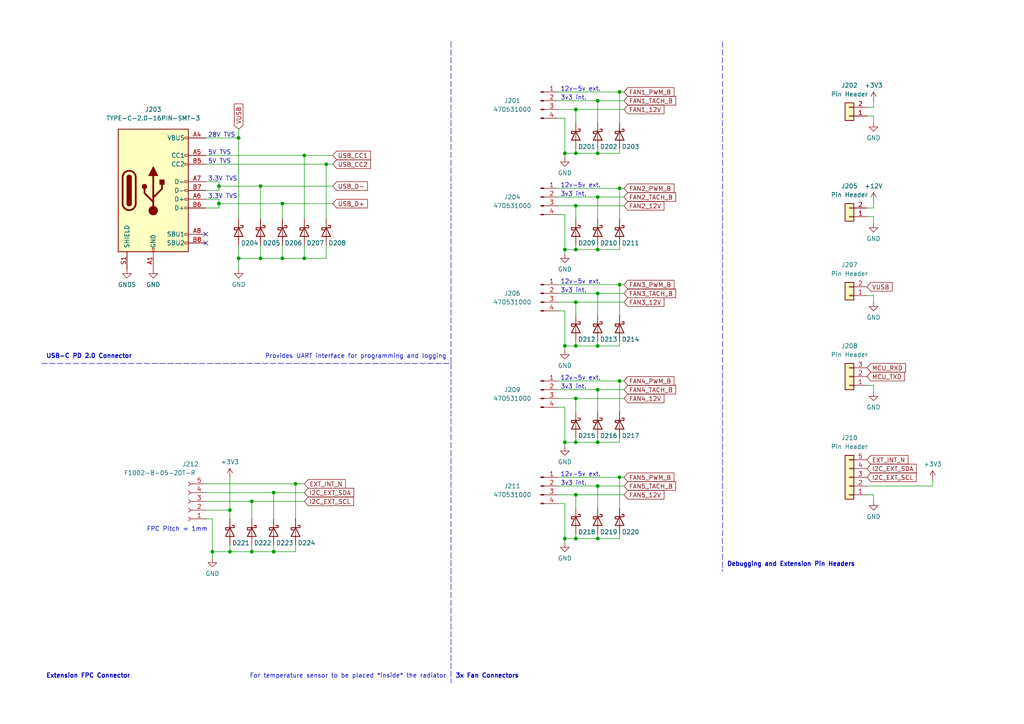
<source format=kicad_sch>
(kicad_sch (version 20211123) (generator eeschema)
  (paper "A4")
  (lib_symbols
    (symbol "Connector:Conn_01x04_Male" (pin_names (offset 1.016) hide)
      (property "Reference" "J" (at 0 5.08 0))
      (property "Value" "Conn_01x04_Male" (at 0 -7.62 0))
      (symbol "Conn_01x04_Male_1_1"
        (polyline (pts (xy 1.27 -5.08) (xy 0.8636 -5.08)) (stroke (width 0.1524)))
        (polyline (pts (xy 1.27 -2.54) (xy 0.8636 -2.54)) (stroke (width 0.1524)))
        (polyline (pts (xy 1.27 0) (xy 0.8636 0)) (stroke (width 0.1524)))
        (polyline (pts (xy 1.27 2.54) (xy 0.8636 2.54)) (stroke (width 0.1524)))
        (rectangle (start 0.8636 -4.953) (end 0 -5.207) (stroke (width 0.1524)) (fill (type outline)))
        (rectangle (start 0.8636 -2.413) (end 0 -2.667) (stroke (width 0.1524)) (fill (type outline)))
        (rectangle (start 0.8636 0.127) (end 0 -0.127) (stroke (width 0.1524)) (fill (type outline)))
        (rectangle (start 0.8636 2.667) (end 0 2.413) (stroke (width 0.1524)) (fill (type outline)))
        (pin passive line (at 5.08 2.54 180) (length 3.81) (name "Pin_1") (number "1"))
        (pin passive line (at 5.08 0 180) (length 3.81) (name "Pin_2") (number "2"))
        (pin passive line (at 5.08 -2.54 180) (length 3.81) (name "Pin_3") (number "3"))
        (pin passive line (at 5.08 -5.08 180) (length 3.81) (name "Pin_4") (number "4"))
      )
    )
    (symbol "Connector:Conn_01x05_Female" (pin_names (offset 1.016) hide)
      (property "Reference" "J" (at 0 7.62 0))
      (property "Value" "Conn_01x05_Female" (at 0 -7.62 0))
      (symbol "Conn_01x05_Female_1_1"
        (arc (start 0 -4.572) (mid -0.508 -5.08) (end 0 -5.588) (stroke (width 0.1524)))
        (arc (start 0 -2.032) (mid -0.508 -2.54) (end 0 -3.048) (stroke (width 0.1524)))
        (polyline (pts (xy -1.27 -5.08) (xy -0.508 -5.08)) (stroke (width 0.1524)))
        (polyline (pts (xy -1.27 -2.54) (xy -0.508 -2.54)) (stroke (width 0.1524)))
        (polyline (pts (xy -1.27 0) (xy -0.508 0)) (stroke (width 0.1524)))
        (polyline (pts (xy -1.27 2.54) (xy -0.508 2.54)) (stroke (width 0.1524)))
        (polyline (pts (xy -1.27 5.08) (xy -0.508 5.08)) (stroke (width 0.1524)))
        (arc (start 0 0.508) (mid -0.508 0) (end 0 -0.508) (stroke (width 0.1524)))
        (arc (start 0 3.048) (mid -0.508 2.54) (end 0 2.032) (stroke (width 0.1524)))
        (arc (start 0 5.588) (mid -0.508 5.08) (end 0 4.572) (stroke (width 0.1524)))
        (pin passive line (at -5.08 5.08 0) (length 3.81) (name "Pin_1") (number "1"))
        (pin passive line (at -5.08 2.54 0) (length 3.81) (name "Pin_2") (number "2"))
        (pin passive line (at -5.08 0 0) (length 3.81) (name "Pin_3") (number "3"))
        (pin passive line (at -5.08 -2.54 0) (length 3.81) (name "Pin_4") (number "4"))
        (pin passive line (at -5.08 -5.08 0) (length 3.81) (name "Pin_5") (number "5"))
      )
    )
    (symbol "Connector:USB_C_Receptacle_USB2.0" (pin_names (offset 1.016))
      (property "Reference" "J" (at -10.16 19.05 0))
      (property "Value" "USB_C_Receptacle_USB2.0" (at 19.05 19.05 0))
      (symbol "USB_C_Receptacle_USB2.0_0_0"
        (rectangle (start -0.254 -17.78) (end 0.254 -16.764))
        (rectangle (start 10.16 -14.986) (end 9.144 -15.494))
        (rectangle (start 10.16 -12.446) (end 9.144 -12.954))
        (rectangle (start 10.16 -4.826) (end 9.144 -5.334))
        (rectangle (start 10.16 -2.286) (end 9.144 -2.794))
        (rectangle (start 10.16 0.254) (end 9.144 -0.254))
        (rectangle (start 10.16 2.794) (end 9.144 2.286))
        (rectangle (start 10.16 7.874) (end 9.144 7.366))
        (rectangle (start 10.16 10.414) (end 9.144 9.906))
        (rectangle (start 10.16 15.494) (end 9.144 14.986))
      )
      (symbol "USB_C_Receptacle_USB2.0_0_1"
        (rectangle (start -10.16 17.78) (end 10.16 -17.78) (stroke (width 0.254)) (fill (type background)))
        (arc (start -8.89 -3.81) (mid -6.985 -5.715) (end -5.08 -3.81) (stroke (width 0.508)))
        (arc (start -7.62 -3.81) (mid -6.985 -4.445) (end -6.35 -3.81) (stroke (width 0.254)))
        (arc (start -7.62 -3.81) (mid -6.985 -4.445) (end -6.35 -3.81) (stroke (width 0.254)) (fill (type outline)))
        (rectangle (start -7.62 -3.81) (end -6.35 3.81) (stroke (width 0.254)) (fill (type outline)))
        (arc (start -6.35 3.81) (mid -6.985 4.445) (end -7.62 3.81) (stroke (width 0.254)))
        (arc (start -6.35 3.81) (mid -6.985 4.445) (end -7.62 3.81) (stroke (width 0.254)) (fill (type outline)))
        (arc (start -5.08 3.81) (mid -6.985 5.715) (end -8.89 3.81) (stroke (width 0.508)))
        (circle (center -2.54 1.143) (radius 0.635) (stroke (width 0.254)) (fill (type outline)))
        (circle (center 0 -5.842) (radius 1.27) (fill (type outline)))
        (polyline (pts (xy -8.89 -3.81) (xy -8.89 3.81)) (stroke (width 0.508)))
        (polyline (pts (xy -5.08 3.81) (xy -5.08 -3.81)) (stroke (width 0.508)))
        (polyline (pts (xy 0 -5.842) (xy 0 4.318)) (stroke (width 0.508)))
        (polyline (pts (xy 0 -3.302) (xy -2.54 -0.762) (xy -2.54 0.508)) (stroke (width 0.508)))
        (polyline (pts (xy 0 -2.032) (xy 2.54 0.508) (xy 2.54 1.778)) (stroke (width 0.508)))
        (polyline (pts (xy -1.27 4.318) (xy 0 6.858) (xy 1.27 4.318) (xy -1.27 4.318)) (stroke (width 0.254)) (fill (type outline)))
        (rectangle (start 1.905 1.778) (end 3.175 3.048) (stroke (width 0.254)) (fill (type outline)))
      )
      (symbol "USB_C_Receptacle_USB2.0_1_1"
        (pin passive line (at 0 -22.86 90) (length 5.08) (name "GND") (number "A1"))
        (pin passive line (at 0 -22.86 90) (length 5.08) hide (name "GND") (number "A12"))
        (pin passive line (at 15.24 15.24 180) (length 5.08) (name "VBUS") (number "A4"))
        (pin bidirectional line (at 15.24 10.16 180) (length 5.08) (name "CC1") (number "A5"))
        (pin bidirectional line (at 15.24 -2.54 180) (length 5.08) (name "D+") (number "A6"))
        (pin bidirectional line (at 15.24 2.54 180) (length 5.08) (name "D-") (number "A7"))
        (pin bidirectional line (at 15.24 -12.7 180) (length 5.08) (name "SBU1") (number "A8"))
        (pin passive line (at 15.24 15.24 180) (length 5.08) hide (name "VBUS") (number "A9"))
        (pin passive line (at 0 -22.86 90) (length 5.08) hide (name "GND") (number "B1"))
        (pin passive line (at 0 -22.86 90) (length 5.08) hide (name "GND") (number "B12"))
        (pin passive line (at 15.24 15.24 180) (length 5.08) hide (name "VBUS") (number "B4"))
        (pin bidirectional line (at 15.24 7.62 180) (length 5.08) (name "CC2") (number "B5"))
        (pin bidirectional line (at 15.24 -5.08 180) (length 5.08) (name "D+") (number "B6"))
        (pin bidirectional line (at 15.24 0 180) (length 5.08) (name "D-") (number "B7"))
        (pin bidirectional line (at 15.24 -15.24 180) (length 5.08) (name "SBU2") (number "B8"))
        (pin passive line (at 15.24 15.24 180) (length 5.08) hide (name "VBUS") (number "B9"))
        (pin passive line (at -7.62 -22.86 90) (length 5.08) (name "SHIELD") (number "S1"))
      )
    )
    (symbol "Connector_Generic:Conn_01x02" (pin_names (offset 1.016) hide)
      (property "Reference" "J" (at 0 2.54 0))
      (property "Value" "Conn_01x02" (at 0 -5.08 0))
      (symbol "Conn_01x02_1_1"
        (rectangle (start -1.27 -2.413) (end 0 -2.667) (stroke (width 0.1524)))
        (rectangle (start -1.27 0.127) (end 0 -0.127) (stroke (width 0.1524)))
        (rectangle (start -1.27 1.27) (end 1.27 -3.81) (stroke (width 0.254)) (fill (type background)))
        (pin passive line (at -5.08 0 0) (length 3.81) (name "Pin_1") (number "1"))
        (pin passive line (at -5.08 -2.54 0) (length 3.81) (name "Pin_2") (number "2"))
      )
    )
    (symbol "Connector_Generic:Conn_01x03" (pin_names (offset 1.016) hide)
      (property "Reference" "J" (at 0 5.08 0))
      (property "Value" "Conn_01x03" (at 0 -5.08 0))
      (symbol "Conn_01x03_1_1"
        (rectangle (start -1.27 -2.413) (end 0 -2.667) (stroke (width 0.1524)))
        (rectangle (start -1.27 0.127) (end 0 -0.127) (stroke (width 0.1524)))
        (rectangle (start -1.27 2.667) (end 0 2.413) (stroke (width 0.1524)))
        (rectangle (start -1.27 3.81) (end 1.27 -3.81) (stroke (width 0.254)) (fill (type background)))
        (pin passive line (at -5.08 2.54 0) (length 3.81) (name "Pin_1") (number "1"))
        (pin passive line (at -5.08 0 0) (length 3.81) (name "Pin_2") (number "2"))
        (pin passive line (at -5.08 -2.54 0) (length 3.81) (name "Pin_3") (number "3"))
      )
    )
    (symbol "Connector_Generic:Conn_01x05" (pin_names (offset 1.016) hide)
      (property "Reference" "J" (at 0 7.62 0))
      (property "Value" "Conn_01x05" (at 0 -7.62 0))
      (symbol "Conn_01x05_1_1"
        (rectangle (start -1.27 -4.953) (end 0 -5.207) (stroke (width 0.1524)))
        (rectangle (start -1.27 -2.413) (end 0 -2.667) (stroke (width 0.1524)))
        (rectangle (start -1.27 0.127) (end 0 -0.127) (stroke (width 0.1524)))
        (rectangle (start -1.27 2.667) (end 0 2.413) (stroke (width 0.1524)))
        (rectangle (start -1.27 5.207) (end 0 4.953) (stroke (width 0.1524)))
        (rectangle (start -1.27 6.35) (end 1.27 -6.35) (stroke (width 0.254)) (fill (type background)))
        (pin passive line (at -5.08 5.08 0) (length 3.81) (name "Pin_1") (number "1"))
        (pin passive line (at -5.08 2.54 0) (length 3.81) (name "Pin_2") (number "2"))
        (pin passive line (at -5.08 0 0) (length 3.81) (name "Pin_3") (number "3"))
        (pin passive line (at -5.08 -2.54 0) (length 3.81) (name "Pin_4") (number "4"))
        (pin passive line (at -5.08 -5.08 0) (length 3.81) (name "Pin_5") (number "5"))
      )
    )
    (symbol "Device:D_Schottky" (pin_numbers hide) (pin_names (offset 1.016) hide)
      (property "Reference" "D" (at 0 2.54 0))
      (property "Value" "D_Schottky" (at 0 -2.54 0))
      (symbol "D_Schottky_0_1"
        (polyline (pts (xy 1.27 0) (xy -1.27 0)))
        (polyline (pts (xy 1.27 1.27) (xy 1.27 -1.27) (xy -1.27 0) (xy 1.27 1.27)) (stroke (width 0.254)))
        (polyline (pts (xy -1.905 0.635) (xy -1.905 1.27) (xy -1.27 1.27) (xy -1.27 -1.27) (xy -0.635 -1.27) (xy -0.635 -0.635)) (stroke (width 0.254)))
      )
      (symbol "D_Schottky_1_1"
        (pin passive line (at -3.81 0 0) (length 2.54) (name "K") (number "1"))
        (pin passive line (at 3.81 0 180) (length 2.54) (name "A") (number "2"))
      )
    )
    (symbol "power:+12V" (power) (pin_names (offset 0))
      (property "Value" "+12V" (at 0 3.556 0))
      (symbol "+12V_0_1"
        (polyline (pts (xy -0.762 1.27) (xy 0 2.54)))
        (polyline (pts (xy 0 0) (xy 0 2.54)))
        (polyline (pts (xy 0 2.54) (xy 0.762 1.27)))
      )
      (symbol "+12V_1_1"
        (pin power_in line (at 0 0 90) (length 0) hide (name "+12V") (number "1"))
      )
    )
    (symbol "power:+3V3" (power) (pin_names (offset 0))
      (property "Value" "+3V3" (at 0 3.556 0))
      (symbol "+3V3_0_1"
        (polyline (pts (xy -0.762 1.27) (xy 0 2.54)))
        (polyline (pts (xy 0 0) (xy 0 2.54)))
        (polyline (pts (xy 0 2.54) (xy 0.762 1.27)))
      )
      (symbol "+3V3_1_1"
        (pin power_in line (at 0 0 90) (length 0) hide (name "+3V3") (number "1"))
      )
    )
    (symbol "power:GND" (power) (pin_names (offset 0))
      (property "Value" "GND" (at 0 -3.81 0))
      (symbol "GND_0_1"
        (polyline (pts (xy 0 0) (xy 0 -1.27) (xy 1.27 -1.27) (xy 0 -2.54) (xy -1.27 -1.27) (xy 0 -1.27)))
      )
      (symbol "GND_1_1"
        (pin power_in line (at 0 0 270) (length 0) hide (name "GND") (number "1"))
      )
    )
    (symbol "power:GNDS" (power) (pin_names (offset 0))
      (property "Value" "GNDS" (at 0 -3.81 0))
      (symbol "GNDS_0_1"
        (polyline (pts (xy 0 0) (xy 0 -1.27) (xy 1.27 -1.27) (xy 0 -2.54) (xy -1.27 -1.27) (xy 0 -1.27)))
      )
      (symbol "GNDS_1_1"
        (pin power_in line (at 0 0 270) (length 0) hide (name "GNDS") (number "1"))
      )
    )
  )
  (junction (at 173.355 72.39))
  (junction (at 179.705 26.67))
  (junction (at 163.83 156.21))
  (junction (at 163.83 72.39))
  (junction (at 167.005 59.69))
  (junction (at 81.915 74.93))
  (junction (at 179.705 138.43))
  (junction (at 167.005 87.63))
  (junction (at 167.005 115.57))
  (junction (at 173.355 100.33))
  (junction (at 79.375 142.875))
  (junction (at 167.005 143.51))
  (junction (at 173.355 57.15))
  (junction (at 66.675 160.02))
  (junction (at 173.355 113.03))
  (junction (at 75.565 74.93))
  (junction (at 179.705 54.61))
  (junction (at 167.005 72.39))
  (junction (at 73.025 145.415))
  (junction (at 173.355 85.09))
  (junction (at 94.615 47.625))
  (junction (at 63.5 53.975))
  (junction (at 69.215 40.005))
  (junction (at 88.265 74.93))
  (junction (at 167.005 44.45))
  (junction (at 63.5 59.055))
  (junction (at 163.83 100.33))
  (junction (at 163.83 44.45))
  (junction (at 163.83 128.27))
  (junction (at 173.355 140.97))
  (junction (at 179.705 110.49))
  (junction (at 85.725 140.335))
  (junction (at 173.355 156.21))
  (junction (at 88.265 45.085))
  (junction (at 173.355 128.27))
  (junction (at 79.375 160.02))
  (junction (at 167.005 31.75))
  (junction (at 167.005 128.27))
  (junction (at 66.675 147.955))
  (junction (at 167.005 100.33))
  (junction (at 173.355 29.21))
  (junction (at 69.215 74.93))
  (junction (at 179.705 82.55))
  (junction (at 167.005 156.21))
  (junction (at 75.565 53.975))
  (junction (at 173.355 44.45))
  (junction (at 81.915 59.055))
  (junction (at 61.595 160.02))
  (junction (at 73.025 160.02))
  (no_connect (at 59.69 67.945))
  (no_connect (at 59.69 70.485))
  (wire (pts (xy 66.675 147.955) (xy 66.675 150.495)))
  (wire (pts (xy 253.365 87.63) (xy 253.365 85.725)))
  (wire (pts (xy 253.365 64.77) (xy 253.365 62.865)))
  (wire (pts (xy 59.69 47.625) (xy 94.615 47.625)))
  (wire (pts (xy 179.705 110.49) (xy 179.705 119.38)))
  (wire (pts (xy 75.565 53.975) (xy 96.52 53.975)))
  (wire (pts (xy 59.69 142.875) (xy 79.375 142.875)))
  (wire (pts (xy 73.025 145.415) (xy 73.025 150.495)))
  (wire (pts (xy 59.69 147.955) (xy 66.675 147.955)))
  (wire (pts (xy 73.025 145.415) (xy 88.265 145.415)))
  (wire (pts (xy 69.215 74.93) (xy 75.565 74.93)))
  (wire (pts (xy 173.355 85.09) (xy 180.975 85.09)))
  (wire (pts (xy 66.675 138.43) (xy 66.675 147.955)))
  (wire (pts (xy 61.595 160.02) (xy 61.595 161.925)))
  (wire (pts (xy 75.565 53.975) (xy 75.565 63.5)))
  (wire (pts (xy 167.005 31.75) (xy 167.005 35.56)))
  (wire (pts (xy 163.83 62.23) (xy 163.83 72.39)))
  (wire (pts (xy 66.675 160.02) (xy 66.675 158.115)))
  (wire (pts (xy 81.915 74.93) (xy 81.915 71.12)))
  (wire (pts (xy 59.69 140.335) (xy 85.725 140.335)))
  (wire (pts (xy 163.83 44.45) (xy 163.83 45.72)))
  (wire (pts (xy 85.725 158.115) (xy 85.725 160.02)))
  (wire (pts (xy 88.265 74.93) (xy 94.615 74.93)))
  (wire (pts (xy 163.83 156.21) (xy 167.005 156.21)))
  (wire (pts (xy 173.355 100.33) (xy 179.705 100.33)))
  (wire (pts (xy 173.355 140.97) (xy 180.975 140.97)))
  (wire (pts (xy 63.5 53.975) (xy 75.565 53.975)))
  (wire (pts (xy 253.365 35.56) (xy 253.365 33.655)))
  (wire (pts (xy 161.925 138.43) (xy 179.705 138.43)))
  (wire (pts (xy 161.925 31.75) (xy 167.005 31.75)))
  (wire (pts (xy 163.83 34.29) (xy 163.83 44.45)))
  (wire (pts (xy 79.375 142.875) (xy 88.265 142.875)))
  (wire (pts (xy 253.365 111.76) (xy 251.46 111.76)))
  (wire (pts (xy 59.69 45.085) (xy 88.265 45.085)))
  (wire (pts (xy 163.83 118.11) (xy 163.83 128.27)))
  (wire (pts (xy 167.005 87.63) (xy 180.975 87.63)))
  (wire (pts (xy 270.51 139.065) (xy 270.51 140.97)))
  (wire (pts (xy 179.705 26.67) (xy 179.705 35.56)))
  (wire (pts (xy 161.925 110.49) (xy 179.705 110.49)))
  (wire (pts (xy 161.925 115.57) (xy 167.005 115.57)))
  (wire (pts (xy 59.69 145.415) (xy 73.025 145.415)))
  (wire (pts (xy 59.69 40.005) (xy 69.215 40.005)))
  (wire (pts (xy 69.215 71.12) (xy 69.215 74.93)))
  (wire (pts (xy 163.83 146.05) (xy 163.83 156.21)))
  (wire (pts (xy 167.005 59.69) (xy 167.005 63.5)))
  (wire (pts (xy 88.265 45.085) (xy 96.52 45.085)))
  (wire (pts (xy 94.615 47.625) (xy 96.52 47.625)))
  (wire (pts (xy 167.005 100.33) (xy 173.355 100.33)))
  (wire (pts (xy 173.355 128.27) (xy 179.705 128.27)))
  (wire (pts (xy 69.215 63.5) (xy 69.215 40.005)))
  (wire (pts (xy 161.925 59.69) (xy 167.005 59.69)))
  (wire (pts (xy 167.005 127) (xy 167.005 128.27)))
  (wire (pts (xy 63.5 59.055) (xy 63.5 60.325)))
  (wire (pts (xy 253.365 85.725) (xy 251.46 85.725)))
  (wire (pts (xy 61.595 160.02) (xy 66.675 160.02)))
  (wire (pts (xy 63.5 59.055) (xy 81.915 59.055)))
  (wire (pts (xy 251.46 140.97) (xy 270.51 140.97)))
  (wire (pts (xy 167.005 59.69) (xy 180.975 59.69)))
  (wire (pts (xy 253.365 62.865) (xy 251.46 62.865)))
  (wire (pts (xy 167.005 87.63) (xy 167.005 91.44)))
  (wire (pts (xy 85.725 140.335) (xy 85.725 150.495)))
  (wire (pts (xy 173.355 57.15) (xy 180.975 57.15)))
  (wire (pts (xy 179.705 138.43) (xy 179.705 147.32)))
  (wire (pts (xy 179.705 82.55) (xy 180.975 82.55)))
  (wire (pts (xy 173.355 128.27) (xy 173.355 127)))
  (wire (pts (xy 81.915 59.055) (xy 96.52 59.055)))
  (wire (pts (xy 179.705 82.55) (xy 179.705 91.44)))
  (wire (pts (xy 161.925 29.21) (xy 173.355 29.21)))
  (wire (pts (xy 163.83 100.33) (xy 163.83 101.6)))
  (wire (pts (xy 63.5 57.785) (xy 63.5 59.055)))
  (wire (pts (xy 59.69 55.245) (xy 63.5 55.245)))
  (wire (pts (xy 163.83 128.27) (xy 167.005 128.27)))
  (wire (pts (xy 161.925 82.55) (xy 179.705 82.55)))
  (wire (pts (xy 173.355 72.39) (xy 173.355 71.12)))
  (wire (pts (xy 167.005 72.39) (xy 173.355 72.39)))
  (wire (pts (xy 253.365 60.325) (xy 251.46 60.325)))
  (wire (pts (xy 179.705 54.61) (xy 179.705 63.5)))
  (wire (pts (xy 161.925 146.05) (xy 163.83 146.05)))
  (wire (pts (xy 161.925 57.15) (xy 173.355 57.15)))
  (wire (pts (xy 161.925 87.63) (xy 167.005 87.63)))
  (wire (pts (xy 61.595 150.495) (xy 59.69 150.495)))
  (wire (pts (xy 167.005 99.06) (xy 167.005 100.33)))
  (wire (pts (xy 69.215 74.93) (xy 69.215 78.105)))
  (wire (pts (xy 253.365 29.21) (xy 253.365 31.115)))
  (wire (pts (xy 163.83 100.33) (xy 167.005 100.33)))
  (wire (pts (xy 161.925 140.97) (xy 173.355 140.97)))
  (wire (pts (xy 179.705 128.27) (xy 179.705 127)))
  (wire (pts (xy 163.83 72.39) (xy 167.005 72.39)))
  (wire (pts (xy 167.005 143.51) (xy 180.975 143.51)))
  (wire (pts (xy 173.355 156.21) (xy 173.355 154.94)))
  (wire (pts (xy 173.355 29.21) (xy 173.355 35.56)))
  (wire (pts (xy 161.925 26.67) (xy 179.705 26.67)))
  (wire (pts (xy 253.365 145.415) (xy 253.365 143.51)))
  (wire (pts (xy 163.83 128.27) (xy 163.83 129.54)))
  (wire (pts (xy 167.005 115.57) (xy 167.005 119.38)))
  (wire (pts (xy 167.005 154.94) (xy 167.005 156.21)))
  (wire (pts (xy 173.355 44.45) (xy 179.705 44.45)))
  (wire (pts (xy 75.565 74.93) (xy 81.915 74.93)))
  (wire (pts (xy 79.375 142.875) (xy 79.375 150.495)))
  (wire (pts (xy 173.355 85.09) (xy 173.355 91.44)))
  (wire (pts (xy 167.005 128.27) (xy 173.355 128.27)))
  (wire (pts (xy 59.69 57.785) (xy 63.5 57.785)))
  (wire (pts (xy 173.355 140.97) (xy 173.355 147.32)))
  (polyline (pts (xy 130.81 105.41) (xy 130.81 198.12)))
  (wire (pts (xy 59.69 60.325) (xy 63.5 60.325)))
  (wire (pts (xy 167.005 43.18) (xy 167.005 44.45)))
  (wire (pts (xy 179.705 138.43) (xy 180.975 138.43)))
  (wire (pts (xy 179.705 26.67) (xy 180.975 26.67)))
  (wire (pts (xy 73.025 160.02) (xy 73.025 158.115)))
  (wire (pts (xy 161.925 54.61) (xy 179.705 54.61)))
  (wire (pts (xy 179.705 100.33) (xy 179.705 99.06)))
  (wire (pts (xy 94.615 47.625) (xy 94.615 63.5)))
  (wire (pts (xy 63.5 52.705) (xy 63.5 53.975)))
  (polyline (pts (xy 130.81 12.065) (xy 130.81 105.41)))
  (polyline (pts (xy 12.065 105.41) (xy 130.81 105.41)))
  (wire (pts (xy 163.83 90.17) (xy 163.83 100.33)))
  (wire (pts (xy 161.925 85.09) (xy 173.355 85.09)))
  (wire (pts (xy 94.615 74.93) (xy 94.615 71.12)))
  (wire (pts (xy 173.355 57.15) (xy 173.355 63.5)))
  (wire (pts (xy 88.265 74.93) (xy 88.265 71.12)))
  (wire (pts (xy 161.925 90.17) (xy 163.83 90.17)))
  (wire (pts (xy 173.355 100.33) (xy 173.355 99.06)))
  (wire (pts (xy 161.925 118.11) (xy 163.83 118.11)))
  (wire (pts (xy 61.595 150.495) (xy 61.595 160.02)))
  (wire (pts (xy 63.5 53.975) (xy 63.5 55.245)))
  (wire (pts (xy 163.83 44.45) (xy 167.005 44.45)))
  (wire (pts (xy 85.725 140.335) (xy 88.265 140.335)))
  (wire (pts (xy 179.705 110.49) (xy 180.975 110.49)))
  (wire (pts (xy 173.355 72.39) (xy 179.705 72.39)))
  (polyline (pts (xy 209.55 12.065) (xy 209.55 165.735)))
  (wire (pts (xy 253.365 143.51) (xy 251.46 143.51)))
  (wire (pts (xy 79.375 160.02) (xy 85.725 160.02)))
  (wire (pts (xy 81.915 74.93) (xy 88.265 74.93)))
  (wire (pts (xy 173.355 44.45) (xy 173.355 43.18)))
  (wire (pts (xy 163.83 156.21) (xy 163.83 157.48)))
  (wire (pts (xy 173.355 156.21) (xy 179.705 156.21)))
  (wire (pts (xy 179.705 156.21) (xy 179.705 154.94)))
  (wire (pts (xy 253.365 58.42) (xy 253.365 60.325)))
  (wire (pts (xy 167.005 115.57) (xy 180.975 115.57)))
  (wire (pts (xy 253.365 33.655) (xy 251.46 33.655)))
  (wire (pts (xy 161.925 143.51) (xy 167.005 143.51)))
  (wire (pts (xy 163.83 72.39) (xy 163.83 73.66)))
  (wire (pts (xy 179.705 54.61) (xy 180.975 54.61)))
  (wire (pts (xy 253.365 113.665) (xy 253.365 111.76)))
  (wire (pts (xy 161.925 113.03) (xy 173.355 113.03)))
  (wire (pts (xy 173.355 29.21) (xy 180.975 29.21)))
  (wire (pts (xy 167.005 31.75) (xy 180.975 31.75)))
  (wire (pts (xy 88.265 45.085) (xy 88.265 63.5)))
  (wire (pts (xy 167.005 143.51) (xy 167.005 147.32)))
  (wire (pts (xy 167.005 71.12) (xy 167.005 72.39)))
  (wire (pts (xy 59.69 52.705) (xy 63.5 52.705)))
  (wire (pts (xy 69.215 37.465) (xy 69.215 40.005)))
  (wire (pts (xy 167.005 156.21) (xy 173.355 156.21)))
  (wire (pts (xy 66.675 160.02) (xy 73.025 160.02)))
  (wire (pts (xy 173.355 113.03) (xy 173.355 119.38)))
  (wire (pts (xy 179.705 44.45) (xy 179.705 43.18)))
  (wire (pts (xy 73.025 160.02) (xy 79.375 160.02)))
  (wire (pts (xy 179.705 72.39) (xy 179.705 71.12)))
  (wire (pts (xy 161.925 34.29) (xy 163.83 34.29)))
  (wire (pts (xy 161.925 62.23) (xy 163.83 62.23)))
  (wire (pts (xy 167.005 44.45) (xy 173.355 44.45)))
  (wire (pts (xy 253.365 31.115) (xy 251.46 31.115)))
  (wire (pts (xy 81.915 59.055) (xy 81.915 63.5)))
  (wire (pts (xy 173.355 113.03) (xy 180.975 113.03)))
  (wire (pts (xy 79.375 160.02) (xy 79.375 158.115)))
  (wire (pts (xy 75.565 74.93) (xy 75.565 71.12)))
  (text "Debugging and Extension Pin Headers" (at 210.82 164.465 0) (effects (font (size 1.27 1.27) bold) (justify left bottom)))
  (text "12v-5v ext." (at 162.56 138.43 0) (effects (font (size 1.27 1.27)) (justify left bottom)))
  (text "12v-5v ext." (at 162.56 54.61 0) (effects (font (size 1.27 1.27)) (justify left bottom)))
  (text "5V TVS" (at 60.325 47.625 0) (effects (font (size 1.27 1.27)) (justify left bottom)))
  (text "3.3V TVS" (at 60.325 52.705 0) (effects (font (size 1.27 1.27)) (justify left bottom)))
  (text "FPC Pitch = 1mm" (at 42.545 154.305 0) (effects (font (size 1.27 1.27)) (justify left bottom)))
  (text "Provides UART interface for programming and logging" (at 76.835 104.14 0) (effects (font (size 1.27 1.27)) (justify left bottom)))
  (text "28V TVS" (at 60.325 40.005 0) (effects (font (size 1.27 1.27)) (justify left bottom)))
  (text "For temperature sensor to be placed *inside* the radiator" (at 72.39 196.85 0) (effects (font (size 1.27 1.27)) (justify left bottom)))
  (text "3x Fan Connectors" (at 132.08 196.85 0) (effects (font (size 1.27 1.27) bold) (justify left bottom)))
  (text "3v3 int." (at 162.56 140.97 0) (effects (font (size 1.27 1.27)) (justify left bottom)))
  (text "3v3 int." (at 162.56 29.21 0) (effects (font (size 1.27 1.27)) (justify left bottom)))
  (text "12v-5v ext." (at 162.56 110.49 0) (effects (font (size 1.27 1.27)) (justify left bottom)))
  (text "3v3 int." (at 162.56 85.09 0) (effects (font (size 1.27 1.27)) (justify left bottom)))
  (text "5V TVS" (at 60.325 45.085 0) (effects (font (size 1.27 1.27)) (justify left bottom)))
  (text "USB-C PD 2.0 Connector" (at 13.335 104.14 0) (effects (font (size 1.27 1.27) bold) (justify left bottom)))
  (text "12v-5v ext." (at 162.56 82.55 0) (effects (font (size 1.27 1.27)) (justify left bottom)))
  (text "Extension FPC Connector" (at 13.335 196.85 0) (effects (font (size 1.27 1.27) (thickness 0.254) bold) (justify left bottom)))
  (text "3v3 int." (at 162.56 57.15 0) (effects (font (size 1.27 1.27)) (justify left bottom)))
  (text "3.3V TVS" (at 60.325 57.785 0) (effects (font (size 1.27 1.27)) (justify left bottom)))
  (text "3v3 int." (at 162.56 113.03 0) (effects (font (size 1.27 1.27)) (justify left bottom)))
  (text "12v-5v ext." (at 162.56 26.67 0) (effects (font (size 1.27 1.27)) (justify left bottom)))
  (global_label "FAN1_TACH_B" (shape input) (at 180.975 29.21 0) (property "Intersheet References" "${INTERSHEET_REFS}" (at 195.9671 29.1306 0) (effects (justify left))))
  (global_label "FAN2_12V" (shape input) (at 180.975 59.69 0) (property "Intersheet References" "${INTERSHEET_REFS}" (at 192.5805 59.6106 0) (effects (justify left))))
  (global_label "FAN3_PWM_B" (shape input) (at 180.975 82.55 0) (property "Intersheet References" "${INTERSHEET_REFS}" (at 195.4833 82.4706 0) (effects (justify left))))
  (global_label "FAN1_PWM_B" (shape input) (at 180.975 26.67 0) (property "Intersheet References" "${INTERSHEET_REFS}" (at 195.4833 26.5906 0) (effects (justify left))))
  (global_label "FAN3_12V" (shape input) (at 180.975 87.63 0) (property "Intersheet References" "${INTERSHEET_REFS}" (at 192.5805 87.5506 0) (effects (justify left))))
  (global_label "I2C_EXT_SDA" (shape input) (at 251.46 135.89 0) (property "Intersheet References" "${INTERSHEET_REFS}" (at 265.7869 135.9694 0) (effects (justify left))))
  (global_label "USB_CC1" (shape input) (at 96.52 45.085 0) (property "Intersheet References" "${INTERSHEET_REFS}" (at 107.4602 45.0056 0) (effects (justify left))))
  (global_label "FAN4_TACH_B" (shape input) (at 180.975 113.03 0) (property "Intersheet References" "${INTERSHEET_REFS}" (at 195.9671 112.9506 0) (effects (justify left))))
  (global_label "FAN5_PWM_B" (shape input) (at 180.975 138.43 0) (property "Intersheet References" "${INTERSHEET_REFS}" (at 195.4833 138.3506 0) (effects (justify left))))
  (global_label "I2C_EXT_SDA" (shape input) (at 88.265 142.875 0) (property "Intersheet References" "${INTERSHEET_REFS}" (at 102.5919 142.9544 0) (effects (justify left))))
  (global_label "FAN4_PWM_B" (shape input) (at 180.975 110.49 0) (property "Intersheet References" "${INTERSHEET_REFS}" (at 195.4833 110.4106 0) (effects (justify left))))
  (global_label "I2C_EXT_SCL" (shape input) (at 251.46 138.43 0) (property "Intersheet References" "${INTERSHEET_REFS}" (at 265.7264 138.5094 0) (effects (justify left))))
  (global_label "FAN3_TACH_B" (shape input) (at 180.975 85.09 0) (property "Intersheet References" "${INTERSHEET_REFS}" (at 195.9671 85.0106 0) (effects (justify left))))
  (global_label "MCU_RXD" (shape input) (at 251.46 106.68 0) (property "Intersheet References" "${INTERSHEET_REFS}" (at 262.6421 106.7594 0) (effects (justify left))))
  (global_label "I2C_EXT_SCL" (shape input) (at 88.265 145.415 0) (property "Intersheet References" "${INTERSHEET_REFS}" (at 102.5314 145.4944 0) (effects (justify left))))
  (global_label "USB_CC2" (shape input) (at 96.52 47.625 0) (property "Intersheet References" "${INTERSHEET_REFS}" (at 107.4602 47.5456 0) (effects (justify left))))
  (global_label "FAN5_TACH_B" (shape input) (at 180.975 140.97 0) (property "Intersheet References" "${INTERSHEET_REFS}" (at 195.9671 140.8906 0) (effects (justify left))))
  (global_label "VUSB" (shape input) (at 69.215 37.465 90) (property "Intersheet References" "${INTERSHEET_REFS}" (at 69.2944 30.1533 90) (effects (justify left))))
  (global_label "USB_D-" (shape input) (at 96.52 53.975 0) (property "Intersheet References" "${INTERSHEET_REFS}" (at 106.5531 54.0544 0) (effects (justify left))))
  (global_label "FAN2_TACH_B" (shape input) (at 180.975 57.15 0) (property "Intersheet References" "${INTERSHEET_REFS}" (at 195.9671 57.0706 0) (effects (justify left))))
  (global_label "FAN5_12V" (shape input) (at 180.975 143.51 0) (property "Intersheet References" "${INTERSHEET_REFS}" (at 192.5805 143.4306 0) (effects (justify left))))
  (global_label "FAN2_PWM_B" (shape input) (at 180.975 54.61 0) (property "Intersheet References" "${INTERSHEET_REFS}" (at 195.4833 54.5306 0) (effects (justify left))))
  (global_label "USB_D+" (shape input) (at 96.52 59.055 0) (property "Intersheet References" "${INTERSHEET_REFS}" (at 106.5531 59.1344 0) (effects (justify left))))
  (global_label "VUSB" (shape input) (at 251.46 83.185 0) (property "Intersheet References" "${INTERSHEET_REFS}" (at 258.7717 83.2644 0) (effects (justify left))))
  (global_label "FAN4_12V" (shape input) (at 180.975 115.57 0) (property "Intersheet References" "${INTERSHEET_REFS}" (at 192.5805 115.4906 0) (effects (justify left))))
  (global_label "FAN1_12V" (shape input) (at 180.975 31.75 0) (property "Intersheet References" "${INTERSHEET_REFS}" (at 192.5805 31.6706 0) (effects (justify left))))
  (global_label "EXT_INT_N" (shape input) (at 251.46 133.35 0) (property "Intersheet References" "${INTERSHEET_REFS}" (at 263.3679 133.2706 0) (effects (justify left))))
  (global_label "EXT_INT_N" (shape input) (at 88.265 140.335 0) (property "Intersheet References" "${INTERSHEET_REFS}" (at 100.1729 140.2556 0) (effects (justify left))))
  (global_label "MCU_TXD" (shape input) (at 251.46 109.22 0) (property "Intersheet References" "${INTERSHEET_REFS}" (at 262.3398 109.2994 0) (effects (justify left))))
  (symbol (lib_id "Connector_Generic:Conn_01x02") (at 246.38 33.655 180) (unit 1)
    (property "Reference" "J202" (at 246.38 24.765 0))
    (property "Value" "Pin Header" (at 246.38 27.305 0))
    (property "Footprint" "Connector_PinHeader_2.54mm:PinHeader_1x02_P2.54mm_Vertical" (effects hide))
  )
  (symbol (lib_id "power:+3V3") (at 270.51 139.065 0) (unit 1)
    (property "Reference" "#PWR0215" (effects hide))
    (property "Value" "+3V3" (at 270.51 134.62 0))
  )
  (symbol (lib_id "power:GND") (at 253.365 87.63 0) (unit 1)
    (property "Reference" "#PWR0210" (effects hide))
    (property "Value" "GND" (at 253.365 92.075 0))
  )
  (symbol (lib_id "Device:D_Schottky") (at 81.915 67.31 270) (unit 1)
    (property "Reference" "D206" (at 82.55 70.485 90) (effects (justify left)))
    (property "Value" "ESD9L3.3ST5G" (effects hide))
    (property "Footprint" "Diode_SMD:D_SOD-923" (effects hide))
    (property "LCSC" "C233387" (effects hide))
  )
  (symbol (lib_id "power:GND") (at 253.365 113.665 0) (unit 1)
    (property "Reference" "#PWR0212" (effects hide))
    (property "Value" "GND" (at 253.365 118.11 0))
  )
  (symbol (lib_id "Device:D_Schottky") (at 66.675 154.305 270) (unit 1)
    (property "Reference" "D221" (at 67.31 157.48 90) (effects (justify left)))
    (property "Value" "ESD9L3.3ST5G" (effects hide))
    (property "Footprint" "Diode_SMD:D_SOD-923" (effects hide))
    (property "LCSC" "C233387" (effects hide))
  )
  (symbol (lib_id "Device:D_Schottky") (at 94.615 67.31 270) (unit 1)
    (property "Reference" "D208" (at 95.25 70.485 90) (effects (justify left)))
    (property "Value" "ESD9X5.0ST5G" (effects hide))
    (property "Footprint" "Diode_SMD:D_SOD-923" (effects hide))
    (property "LCSC" "C87910" (effects hide))
  )
  (symbol (lib_id "Device:D_Schottky") (at 79.375 154.305 270) (unit 1)
    (property "Reference" "D223" (at 80.01 157.48 90) (effects (justify left)))
    (property "Value" "ESD9L3.3ST5G" (effects hide))
    (property "Footprint" "Diode_SMD:D_SOD-923" (effects hide))
    (property "LCSC" "C233387" (effects hide))
  )
  (symbol (lib_id "Connector_Generic:Conn_01x02") (at 246.38 85.725 180) (unit 1)
    (property "Reference" "J207" (at 246.38 76.835 0))
    (property "Value" "Pin Header" (at 246.38 79.375 0))
    (property "Footprint" "Connector_PinHeader_2.54mm:PinHeader_1x02_P2.54mm_Vertical" (effects hide))
  )
  (symbol (lib_id "Connector_Generic:Conn_01x02") (at 246.38 62.865 180) (unit 1)
    (property "Reference" "J205" (at 246.38 53.975 0))
    (property "Value" "Pin Header" (at 246.38 56.515 0))
    (property "Footprint" "Connector_PinHeader_2.54mm:PinHeader_1x02_P2.54mm_Vertical" (effects hide))
  )
  (symbol (lib_id "power:+3V3") (at 253.365 29.21 0) (unit 1)
    (property "Reference" "#PWR0201" (effects hide))
    (property "Value" "+3V3" (at 253.365 24.765 0))
  )
  (symbol (lib_id "Device:D_Schottky") (at 179.705 67.31 270) (unit 1)
    (property "Reference" "D211" (at 180.34 70.485 90) (effects (justify left)))
    (property "Value" "AQ4022-01FTG" (effects hide))
    (property "Footprint" "Diode_SMD:D_SOD-323" (effects hide))
    (property "LCSC" "C468894" (effects hide))
  )
  (symbol (lib_id "Connector:Conn_01x04_Male") (at 156.845 85.09 0) (unit 1)
    (property "Reference" "J206" (at 148.59 85.09 0))
    (property "Value" "470531000" (at 148.59 87.63 0))
    (property "Footprint" "fancontroller:Molex_470531000_PWM_fan" (effects hide))
    (property "LCSC" "C240840" (effects hide))
  )
  (symbol (lib_id "power:GND") (at 61.595 161.925 0) (unit 1)
    (property "Reference" "#PWR0218" (effects hide))
    (property "Value" "GND" (at 61.595 166.37 0))
  )
  (symbol (lib_id "Device:D_Schottky") (at 173.355 39.37 270) (unit 1)
    (property "Reference" "D202" (at 173.99 42.545 90) (effects (justify left)))
    (property "Value" "ESD9L3.3ST5G" (effects hide))
    (property "Footprint" "Diode_SMD:D_SOD-923" (effects hide))
    (property "LCSC" "C233387" (effects hide))
  )
  (symbol (lib_id "Device:D_Schottky") (at 69.215 67.31 270) (unit 1)
    (property "Reference" "D204" (at 69.85 70.485 90) (effects (justify left)))
    (property "Value" "SJD12A28L01" (effects hide))
    (property "Footprint" "fancontroller:D_SOD-123S" (effects hide))
    (property "LCSC" "C313190" (effects hide))
  )
  (symbol (lib_id "Connector_Generic:Conn_01x03") (at 246.38 109.22 180) (unit 1)
    (property "Reference" "J208" (at 246.38 100.33 0))
    (property "Value" "Pin Header" (at 246.38 102.87 0))
    (property "Footprint" "Connector_PinHeader_2.54mm:PinHeader_1x03_P2.54mm_Vertical" (effects hide))
  )
  (symbol (lib_id "power:GND") (at 163.83 73.66 0) (unit 1)
    (property "Reference" "#PWR0206" (effects hide))
    (property "Value" "GND" (at 163.83 78.105 0))
  )
  (symbol (lib_id "Device:D_Schottky") (at 167.005 151.13 270) (unit 1)
    (property "Reference" "D218" (at 167.64 154.305 90) (effects (justify left)))
    (property "Value" "AQ4022-01FTG" (effects hide))
    (property "Footprint" "Diode_SMD:D_SOD-323" (effects hide))
    (property "LCSC" "C468894" (effects hide))
  )
  (symbol (lib_id "Connector:Conn_01x04_Male") (at 156.845 29.21 0) (unit 1)
    (property "Reference" "J201" (at 148.59 29.21 0))
    (property "Value" "470531000" (at 148.59 31.75 0))
    (property "Footprint" "fancontroller:Molex_470531000_PWM_fan" (effects hide))
    (property "LCSC" "C240840" (effects hide))
  )
  (symbol (lib_id "Connector:Conn_01x04_Male") (at 156.845 57.15 0) (unit 1)
    (property "Reference" "J204" (at 148.59 57.15 0))
    (property "Value" "470531000" (at 148.59 59.69 0))
    (property "Footprint" "fancontroller:Molex_470531000_PWM_fan" (effects hide))
    (property "LCSC" "C240840" (effects hide))
  )
  (symbol (lib_id "power:GND") (at 69.215 78.105 0) (unit 1)
    (property "Reference" "#PWR0209" (effects hide))
    (property "Value" "GND" (at 69.215 82.55 0))
  )
  (symbol (lib_id "power:GND") (at 253.365 35.56 0) (unit 1)
    (property "Reference" "#PWR0202" (effects hide))
    (property "Value" "GND" (at 253.365 40.005 0))
  )
  (symbol (lib_id "Device:D_Schottky") (at 88.265 67.31 270) (unit 1)
    (property "Reference" "D207" (at 88.9 70.485 90) (effects (justify left)))
    (property "Value" "ESD9X5.0ST5G" (effects hide))
    (property "Footprint" "Diode_SMD:D_SOD-923" (effects hide))
    (property "LCSC" "C87910" (effects hide))
  )
  (symbol (lib_id "power:GNDS") (at 36.83 78.105 0) (unit 1)
    (property "Reference" "#PWR0207" (effects hide))
    (property "Value" "GNDS" (at 36.83 82.55 0))
  )
  (symbol (lib_id "Connector:Conn_01x05_Female") (at 54.61 145.415 180) (unit 1)
    (property "Reference" "J212" (at 55.245 134.62 0))
    (property "Value" "F1002-B-05-20T-R" (at 46.355 137.16 0))
    (property "Footprint" "fancontroller:F1002-B-05-20T-R" (effects hide))
    (property "Datasheet" "https://datasheet.lcsc.com/lcsc/2205181716_XFCN-F1002-B-05-20T-R_C3015089.pdf" (effects hide))
    (property "LCSC" "C3015089" (effects hide))
  )
  (symbol (lib_id "power:GND") (at 163.83 45.72 0) (unit 1)
    (property "Reference" "#PWR0203" (effects hide))
    (property "Value" "GND" (at 163.83 50.165 0))
  )
  (symbol (lib_id "power:GND") (at 253.365 64.77 0) (unit 1)
    (property "Reference" "#PWR0205" (effects hide))
    (property "Value" "GND" (at 253.365 69.215 0))
  )
  (symbol (lib_id "power:GND") (at 253.365 145.415 0) (unit 1)
    (property "Reference" "#PWR0216" (effects hide))
    (property "Value" "GND" (at 253.365 149.86 0))
  )
  (symbol (lib_id "power:+3V3") (at 66.675 138.43 0) (unit 1)
    (property "Reference" "#PWR0214" (effects hide))
    (property "Value" "+3V3" (at 66.675 133.985 0))
  )
  (symbol (lib_id "Connector_Generic:Conn_01x05") (at 246.38 138.43 180) (unit 1)
    (property "Reference" "J210" (at 246.38 127 0))
    (property "Value" "Pin Header" (at 246.38 129.54 0))
    (property "Footprint" "Connector_PinHeader_2.54mm:PinHeader_1x05_P2.54mm_Vertical" (effects hide))
  )
  (symbol (lib_id "Device:D_Schottky") (at 179.705 95.25 270) (unit 1)
    (property "Reference" "D214" (at 180.34 98.425 90) (effects (justify left)))
    (property "Value" "AQ4022-01FTG" (effects hide))
    (property "Footprint" "Diode_SMD:D_SOD-323" (effects hide))
    (property "LCSC" "C468894" (effects hide))
  )
  (symbol (lib_id "power:GND") (at 44.45 78.105 0) (unit 1)
    (property "Reference" "#PWR0208" (effects hide))
    (property "Value" "GND" (at 44.45 82.55 0))
  )
  (symbol (lib_id "Device:D_Schottky") (at 179.705 151.13 270) (unit 1)
    (property "Reference" "D220" (at 180.34 154.305 90) (effects (justify left)))
    (property "Value" "AQ4022-01FTG" (effects hide))
    (property "Footprint" "Diode_SMD:D_SOD-323" (effects hide))
    (property "LCSC" "C468894" (effects hide))
  )
  (symbol (lib_id "power:GND") (at 163.83 157.48 0) (unit 1)
    (property "Reference" "#PWR0217" (effects hide))
    (property "Value" "GND" (at 163.83 161.925 0))
  )
  (symbol (lib_id "Device:D_Schottky") (at 167.005 95.25 270) (unit 1)
    (property "Reference" "D212" (at 167.64 98.425 90) (effects (justify left)))
    (property "Value" "AQ4022-01FTG" (effects hide))
    (property "Footprint" "Diode_SMD:D_SOD-323" (effects hide))
    (property "LCSC" "C468894" (effects hide))
  )
  (symbol (lib_id "Device:D_Schottky") (at 167.005 123.19 270) (unit 1)
    (property "Reference" "D215" (at 167.64 126.365 90) (effects (justify left)))
    (property "Value" "AQ4022-01FTG" (effects hide))
    (property "Footprint" "Diode_SMD:D_SOD-323" (effects hide))
    (property "LCSC" "C468894" (effects hide))
  )
  (symbol (lib_id "Device:D_Schottky") (at 85.725 154.305 270) (unit 1)
    (property "Reference" "D224" (at 86.36 157.48 90) (effects (justify left)))
    (property "Value" "ESD9L3.3ST5G" (effects hide))
    (property "Footprint" "Diode_SMD:D_SOD-923" (effects hide))
    (property "LCSC" "C233387" (effects hide))
  )
  (symbol (lib_id "Device:D_Schottky") (at 73.025 154.305 270) (unit 1)
    (property "Reference" "D222" (at 73.66 157.48 90) (effects (justify left)))
    (property "Value" "ESD9L3.3ST5G" (effects hide))
    (property "Footprint" "Diode_SMD:D_SOD-923" (effects hide))
    (property "LCSC" "C233387" (effects hide))
  )
  (symbol (lib_id "Device:D_Schottky") (at 167.005 67.31 270) (unit 1)
    (property "Reference" "D209" (at 167.64 70.485 90) (effects (justify left)))
    (property "Value" "AQ4022-01FTG" (effects hide))
    (property "Footprint" "Diode_SMD:D_SOD-323" (effects hide))
    (property "LCSC" "C468894" (effects hide))
  )
  (symbol (lib_id "Connector:Conn_01x04_Male") (at 156.845 140.97 0) (unit 1)
    (property "Reference" "J211" (at 148.59 140.97 0))
    (property "Value" "470531000" (at 148.59 143.51 0))
    (property "Footprint" "fancontroller:Molex_470531000_PWM_fan" (effects hide))
    (property "LCSC" "C240840" (effects hide))
  )
  (symbol (lib_id "Device:D_Schottky") (at 167.005 39.37 270) (unit 1)
    (property "Reference" "D201" (at 167.64 42.545 90) (effects (justify left)))
    (property "Value" "AQ4022-01FTG" (effects hide))
    (property "Footprint" "Diode_SMD:D_SOD-323" (effects hide))
    (property "LCSC" "C468894" (effects hide))
  )
  (symbol (lib_id "power:GND") (at 163.83 101.6 0) (unit 1)
    (property "Reference" "#PWR0211" (effects hide))
    (property "Value" "GND" (at 163.83 106.045 0))
  )
  (symbol (lib_id "power:+12V") (at 253.365 58.42 0) (unit 1)
    (property "Reference" "#PWR0204" (effects hide))
    (property "Value" "+12V" (at 253.365 53.975 0))
  )
  (symbol (lib_id "Device:D_Schottky") (at 173.355 151.13 270) (unit 1)
    (property "Reference" "D219" (at 173.99 154.305 90) (effects (justify left)))
    (property "Value" "ESD9L3.3ST5G" (effects hide))
    (property "Footprint" "Diode_SMD:D_SOD-923" (effects hide))
    (property "LCSC" "C233387" (effects hide))
  )
  (symbol (lib_id "Device:D_Schottky") (at 173.355 123.19 270) (unit 1)
    (property "Reference" "D216" (at 173.99 126.365 90) (effects (justify left)))
    (property "Value" "ESD9L3.3ST5G" (effects hide))
    (property "Footprint" "Diode_SMD:D_SOD-923" (effects hide))
    (property "LCSC" "C233387" (effects hide))
  )
  (symbol (lib_id "Connector:USB_C_Receptacle_USB2.0") (at 44.45 55.245 0) (unit 1)
    (property "Reference" "J203" (at 44.45 31.75 0))
    (property "Value" "TYPE-C-2.0-16PIN-SMT-3" (at 44.45 34.29 0))
    (property "Footprint" "fancontroller:TYPE-C-2.0-16PIN-SMT-3" (effects hide))
    (property "Datasheet" "https://www.usb.org/sites/default/files/documents/usb_type-c.zip" (effects hide))
    (property "LCSC" "C2987386" (effects hide))
  )
  (symbol (lib_id "Device:D_Schottky") (at 173.355 95.25 270) (unit 1)
    (property "Reference" "D213" (at 173.99 98.425 90) (effects (justify left)))
    (property "Value" "ESD9L3.3ST5G" (effects hide))
    (property "Footprint" "Diode_SMD:D_SOD-923" (effects hide))
    (property "LCSC" "C233387" (effects hide))
  )
  (symbol (lib_id "Device:D_Schottky") (at 179.705 39.37 270) (unit 1)
    (property "Reference" "D203" (at 180.34 42.545 90) (effects (justify left)))
    (property "Value" "AQ4022-01FTG" (effects hide))
    (property "Footprint" "Diode_SMD:D_SOD-323" (effects hide))
    (property "LCSC" "C468894" (effects hide))
  )
  (symbol (lib_id "Device:D_Schottky") (at 179.705 123.19 270) (unit 1)
    (property "Reference" "D217" (at 180.34 126.365 90) (effects (justify left)))
    (property "Value" "AQ4022-01FTG" (effects hide))
    (property "Footprint" "Diode_SMD:D_SOD-323" (effects hide))
    (property "LCSC" "C468894" (effects hide))
  )
  (symbol (lib_id "Device:D_Schottky") (at 75.565 67.31 270) (unit 1)
    (property "Reference" "D205" (at 76.2 70.485 90) (effects (justify left)))
    (property "Value" "ESD9L3.3ST5G" (effects hide))
    (property "Footprint" "Diode_SMD:D_SOD-923" (effects hide))
    (property "LCSC" "C233387" (effects hide))
  )
  (symbol (lib_id "Connector:Conn_01x04_Male") (at 156.845 113.03 0) (unit 1)
    (property "Reference" "J209" (at 148.59 113.03 0))
    (property "Value" "470531000" (at 148.59 115.57 0))
    (property "Footprint" "fancontroller:Molex_470531000_PWM_fan" (effects hide))
    (property "LCSC" "C240840" (effects hide))
  )
  (symbol (lib_id "Device:D_Schottky") (at 173.355 67.31 270) (unit 1)
    (property "Reference" "D210" (at 173.99 70.485 90) (effects (justify left)))
    (property "Value" "ESD9L3.3ST5G" (effects hide))
    (property "Footprint" "Diode_SMD:D_SOD-923" (effects hide))
    (property "LCSC" "C233387" (effects hide))
  )
  (symbol (lib_id "power:GND") (at 163.83 129.54 0) (unit 1)
    (property "Reference" "#PWR0213" (effects hide))
    (property "Value" "GND" (at 163.83 133.985 0))
  )
)
</source>
